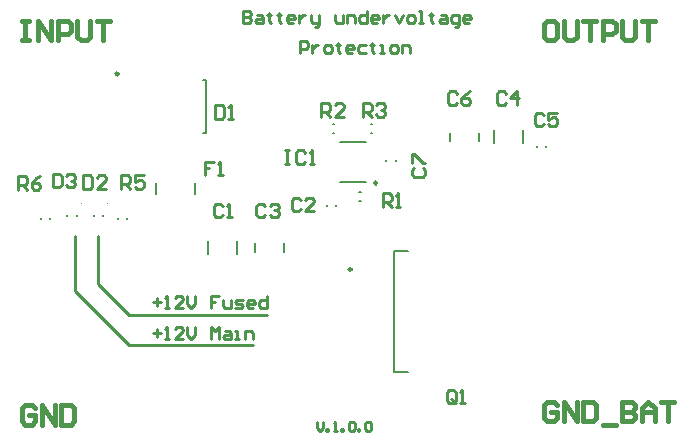
<source format=gto>
G04*
G04 #@! TF.GenerationSoftware,Altium Limited,Altium Designer,20.0.2 (26)*
G04*
G04 Layer_Color=65535*
%FSLAX25Y25*%
%MOIN*%
G70*
G01*
G75*
%ADD10C,0.00984*%
%ADD11C,0.00394*%
%ADD12C,0.01000*%
%ADD13C,0.00787*%
%ADD14C,0.01500*%
D10*
X121719Y59735D02*
G03*
X121719Y59735I-492J0D01*
G01*
X130228Y88562D02*
G03*
X130228Y88562I-492J0D01*
G01*
X44035Y124941D02*
G03*
X44035Y124941I-492J0D01*
G01*
D11*
X31551Y81693D02*
G03*
X31551Y81693I-197J0D01*
G01*
X40453D02*
G03*
X40453Y81693I-197J0D01*
G01*
D12*
X29600Y53800D02*
Y71000D01*
Y52400D02*
Y53800D01*
Y52400D02*
X47600Y34400D01*
X88900D01*
X47600Y44500D02*
X93600D01*
X37300Y54800D02*
X47600Y44500D01*
X37300Y54800D02*
Y71000D01*
X110236Y8905D02*
Y6905D01*
X111236Y5906D01*
X112236Y6905D01*
Y8905D01*
X113235Y5906D02*
Y6405D01*
X113735D01*
Y5906D01*
X113235D01*
X115734D02*
X116734D01*
X116234D01*
Y8905D01*
X115734Y8405D01*
X118234Y5906D02*
Y6405D01*
X118734D01*
Y5906D01*
X118234D01*
X120733Y8405D02*
X121233Y8905D01*
X122232D01*
X122732Y8405D01*
Y6405D01*
X122232Y5906D01*
X121233D01*
X120733Y6405D01*
Y8405D01*
X123732Y5906D02*
Y6405D01*
X124232D01*
Y5906D01*
X123732D01*
X126231Y8405D02*
X126731Y8905D01*
X127731D01*
X128230Y8405D01*
Y6405D01*
X127731Y5906D01*
X126731D01*
X126231Y6405D01*
Y8405D01*
X104392Y131890D02*
Y135889D01*
X106392D01*
X107058Y135222D01*
Y133889D01*
X106392Y133223D01*
X104392D01*
X108391Y134556D02*
Y131890D01*
Y133223D01*
X109058Y133889D01*
X109724Y134556D01*
X110390D01*
X113056Y131890D02*
X114389D01*
X115056Y132556D01*
Y133889D01*
X114389Y134556D01*
X113056D01*
X112390Y133889D01*
Y132556D01*
X113056Y131890D01*
X117055Y135222D02*
Y134556D01*
X116388D01*
X117721D01*
X117055D01*
Y132556D01*
X117721Y131890D01*
X121720D02*
X120387D01*
X119721Y132556D01*
Y133889D01*
X120387Y134556D01*
X121720D01*
X122387Y133889D01*
Y133223D01*
X119721D01*
X126385Y134556D02*
X124386D01*
X123720Y133889D01*
Y132556D01*
X124386Y131890D01*
X126385D01*
X128385Y135222D02*
Y134556D01*
X127718D01*
X129051D01*
X128385D01*
Y132556D01*
X129051Y131890D01*
X131051D02*
X132383D01*
X131717D01*
Y134556D01*
X131051D01*
X135049Y131890D02*
X136382D01*
X137048Y132556D01*
Y133889D01*
X136382Y134556D01*
X135049D01*
X134383Y133889D01*
Y132556D01*
X135049Y131890D01*
X138381D02*
Y134556D01*
X140381D01*
X141047Y133889D01*
Y131890D01*
X85646Y145731D02*
Y141732D01*
X87645D01*
X88311Y142399D01*
Y143065D01*
X87645Y143732D01*
X85646D01*
X87645D01*
X88311Y144398D01*
Y145064D01*
X87645Y145731D01*
X85646D01*
X90311Y144398D02*
X91644D01*
X92310Y143732D01*
Y141732D01*
X90311D01*
X89644Y142399D01*
X90311Y143065D01*
X92310D01*
X94310Y145064D02*
Y144398D01*
X93643D01*
X94976D01*
X94310D01*
Y142399D01*
X94976Y141732D01*
X97642Y145064D02*
Y144398D01*
X96975D01*
X98308D01*
X97642D01*
Y142399D01*
X98308Y141732D01*
X102307D02*
X100974D01*
X100308Y142399D01*
Y143732D01*
X100974Y144398D01*
X102307D01*
X102973Y143732D01*
Y143065D01*
X100308D01*
X104306Y144398D02*
Y141732D01*
Y143065D01*
X104973Y143732D01*
X105639Y144398D01*
X106306D01*
X108305D02*
Y142399D01*
X108972Y141732D01*
X110971D01*
Y141066D01*
X110304Y140399D01*
X109638D01*
X110971Y141732D02*
Y144398D01*
X116302D02*
Y142399D01*
X116969Y141732D01*
X118968D01*
Y144398D01*
X120301Y141732D02*
Y144398D01*
X122301D01*
X122967Y143732D01*
Y141732D01*
X126966Y145731D02*
Y141732D01*
X124966D01*
X124300Y142399D01*
Y143732D01*
X124966Y144398D01*
X126966D01*
X130298Y141732D02*
X128965D01*
X128299Y142399D01*
Y143732D01*
X128965Y144398D01*
X130298D01*
X130964Y143732D01*
Y143065D01*
X128299D01*
X132297Y144398D02*
Y141732D01*
Y143065D01*
X132964Y143732D01*
X133630Y144398D01*
X134297D01*
X136296D02*
X137629Y141732D01*
X138962Y144398D01*
X140961Y141732D02*
X142294D01*
X142961Y142399D01*
Y143732D01*
X142294Y144398D01*
X140961D01*
X140295Y143732D01*
Y142399D01*
X140961Y141732D01*
X144293D02*
X145626D01*
X144960D01*
Y145731D01*
X144293D01*
X148292Y145064D02*
Y144398D01*
X147626D01*
X148959D01*
X148292D01*
Y142399D01*
X148959Y141732D01*
X151624Y144398D02*
X152957D01*
X153624Y143732D01*
Y141732D01*
X151624D01*
X150958Y142399D01*
X151624Y143065D01*
X153624D01*
X156290Y140399D02*
X156956D01*
X157623Y141066D01*
Y144398D01*
X155623D01*
X154957Y143732D01*
Y142399D01*
X155623Y141732D01*
X157623D01*
X160955D02*
X159622D01*
X158955Y142399D01*
Y143732D01*
X159622Y144398D01*
X160955D01*
X161621Y143732D01*
Y143065D01*
X158955D01*
X55500Y48799D02*
X58166D01*
X56833Y50132D02*
Y47466D01*
X59499Y46800D02*
X60832D01*
X60165D01*
Y50799D01*
X59499Y50132D01*
X65497Y46800D02*
X62831D01*
X65497Y49466D01*
Y50132D01*
X64830Y50799D01*
X63497D01*
X62831Y50132D01*
X66830Y50799D02*
Y48133D01*
X68163Y46800D01*
X69495Y48133D01*
Y50799D01*
X77493D02*
X74827D01*
Y48799D01*
X76160D01*
X74827D01*
Y46800D01*
X78826Y49466D02*
Y47466D01*
X79492Y46800D01*
X81492D01*
Y49466D01*
X82824Y46800D02*
X84824D01*
X85490Y47466D01*
X84824Y48133D01*
X83491D01*
X82824Y48799D01*
X83491Y49466D01*
X85490D01*
X88823Y46800D02*
X87490D01*
X86823Y47466D01*
Y48799D01*
X87490Y49466D01*
X88823D01*
X89489Y48799D01*
Y48133D01*
X86823D01*
X93488Y50799D02*
Y46800D01*
X91488D01*
X90822Y47466D01*
Y48799D01*
X91488Y49466D01*
X93488D01*
X55500Y38399D02*
X58166D01*
X56833Y39732D02*
Y37066D01*
X59499Y36400D02*
X60832D01*
X60165D01*
Y40399D01*
X59499Y39732D01*
X65497Y36400D02*
X62831D01*
X65497Y39066D01*
Y39732D01*
X64830Y40399D01*
X63497D01*
X62831Y39732D01*
X66830Y40399D02*
Y37733D01*
X68163Y36400D01*
X69495Y37733D01*
Y40399D01*
X74827Y36400D02*
Y40399D01*
X76160Y39066D01*
X77493Y40399D01*
Y36400D01*
X79492Y39066D02*
X80825D01*
X81492Y38399D01*
Y36400D01*
X79492D01*
X78826Y37066D01*
X79492Y37733D01*
X81492D01*
X82824Y36400D02*
X84157D01*
X83491D01*
Y39066D01*
X82824D01*
X86157Y36400D02*
Y39066D01*
X88156D01*
X88823Y38399D01*
Y36400D01*
X76100Y114499D02*
Y110000D01*
X78349D01*
X79099Y110750D01*
Y113749D01*
X78349Y114499D01*
X76100D01*
X80599Y110000D02*
X82098D01*
X81348D01*
Y114499D01*
X80599Y113749D01*
X142451Y93699D02*
X141701Y92949D01*
Y91450D01*
X142451Y90700D01*
X145450D01*
X146200Y91450D01*
Y92949D01*
X145450Y93699D01*
X141701Y95199D02*
Y98198D01*
X142451D01*
X145450Y95199D01*
X146200D01*
X156401Y15851D02*
Y18850D01*
X155651Y19600D01*
X154152D01*
X153402Y18850D01*
Y15851D01*
X154152Y15101D01*
X155651D01*
X154901Y16601D02*
X156401Y15101D01*
X155651D02*
X156401Y15851D01*
X157901Y15101D02*
X159400D01*
X158650D01*
Y19600D01*
X157901Y18850D01*
X156801Y118350D02*
X156052Y119100D01*
X154552D01*
X153802Y118350D01*
Y115351D01*
X154552Y114601D01*
X156052D01*
X156801Y115351D01*
X161300Y119100D02*
X159801Y118350D01*
X158301Y116851D01*
Y115351D01*
X159051Y114601D01*
X160550D01*
X161300Y115351D01*
Y116101D01*
X160550Y116851D01*
X158301D01*
X185701Y111150D02*
X184952Y111900D01*
X183452D01*
X182702Y111150D01*
Y108151D01*
X183452Y107401D01*
X184952D01*
X185701Y108151D01*
X190200Y111900D02*
X187201D01*
Y109651D01*
X188700Y110400D01*
X189450D01*
X190200Y109651D01*
Y108151D01*
X189450Y107401D01*
X187951D01*
X187201Y108151D01*
X173101Y118350D02*
X172352Y119100D01*
X170852D01*
X170102Y118350D01*
Y115351D01*
X170852Y114601D01*
X172352D01*
X173101Y115351D01*
X176850Y114601D02*
Y119100D01*
X174601Y116851D01*
X177600D01*
X92927Y80927D02*
X92177Y81677D01*
X90677D01*
X89928Y80927D01*
Y77928D01*
X90677Y77179D01*
X92177D01*
X92927Y77928D01*
X94426Y80927D02*
X95176Y81677D01*
X96675D01*
X97425Y80927D01*
Y80178D01*
X96675Y79428D01*
X95926D01*
X96675D01*
X97425Y78678D01*
Y77928D01*
X96675Y77179D01*
X95176D01*
X94426Y77928D01*
X104738Y82896D02*
X103988Y83646D01*
X102488D01*
X101739Y82896D01*
Y79897D01*
X102488Y79147D01*
X103988D01*
X104738Y79897D01*
X109236Y79147D02*
X106237D01*
X109236Y82146D01*
Y82896D01*
X108486Y83646D01*
X106987D01*
X106237Y82896D01*
X78678Y80927D02*
X77928Y81677D01*
X76429D01*
X75679Y80927D01*
Y77928D01*
X76429Y77179D01*
X77928D01*
X78678Y77928D01*
X80178Y77179D02*
X81677D01*
X80927D01*
Y81677D01*
X80178Y80927D01*
X10502Y86301D02*
Y90800D01*
X12752D01*
X13501Y90050D01*
Y88551D01*
X12752Y87801D01*
X10502D01*
X12002D02*
X13501Y86301D01*
X18000Y90800D02*
X16500Y90050D01*
X15001Y88551D01*
Y87051D01*
X15751Y86301D01*
X17250D01*
X18000Y87051D01*
Y87801D01*
X17250Y88551D01*
X15001D01*
X44902Y86601D02*
Y91100D01*
X47152D01*
X47901Y90350D01*
Y88851D01*
X47152Y88101D01*
X44902D01*
X46402D02*
X47901Y86601D01*
X52400Y91100D02*
X49401D01*
Y88851D01*
X50901Y89600D01*
X51650D01*
X52400Y88851D01*
Y87351D01*
X51650Y86601D01*
X50151D01*
X49401Y87351D01*
X111581Y110643D02*
Y115142D01*
X113830D01*
X114580Y114392D01*
Y112892D01*
X113830Y112143D01*
X111581D01*
X113081D02*
X114580Y110643D01*
X119079D02*
X116080D01*
X119079Y113642D01*
Y114392D01*
X118329Y115142D01*
X116830D01*
X116080Y114392D01*
X75701Y95700D02*
X72702D01*
Y93451D01*
X74201D01*
X72702D01*
Y91201D01*
X77201D02*
X78700D01*
X77950D01*
Y95700D01*
X77201Y94950D01*
X22002Y91558D02*
Y87059D01*
X24252D01*
X25001Y87809D01*
Y90808D01*
X24252Y91558D01*
X22002D01*
X26501Y90808D02*
X27251Y91558D01*
X28750D01*
X29500Y90808D01*
Y90058D01*
X28750Y89308D01*
X28001D01*
X28750D01*
X29500Y88559D01*
Y87809D01*
X28750Y87059D01*
X27251D01*
X26501Y87809D01*
X32302Y91100D02*
Y86601D01*
X34552D01*
X35301Y87351D01*
Y90350D01*
X34552Y91100D01*
X32302D01*
X39800Y86601D02*
X36801D01*
X39800Y89600D01*
Y90350D01*
X39050Y91100D01*
X37551D01*
X36801Y90350D01*
X125361Y110643D02*
Y115142D01*
X127610D01*
X128360Y114392D01*
Y112892D01*
X127610Y112143D01*
X125361D01*
X126860D02*
X128360Y110643D01*
X129859Y114392D02*
X130609Y115142D01*
X132108D01*
X132858Y114392D01*
Y113642D01*
X132108Y112892D01*
X131359D01*
X132108D01*
X132858Y112143D01*
Y111393D01*
X132108Y110643D01*
X130609D01*
X129859Y111393D01*
X132002Y80601D02*
Y85100D01*
X134251D01*
X135001Y84350D01*
Y82851D01*
X134251Y82101D01*
X132002D01*
X133501D02*
X135001Y80601D01*
X136501D02*
X138000D01*
X137250D01*
Y85100D01*
X136501Y84350D01*
X99489Y99394D02*
X100989D01*
X100239D01*
Y94895D01*
X99489D01*
X100989D01*
X106237Y98644D02*
X105487Y99394D01*
X103988D01*
X103238Y98644D01*
Y95645D01*
X103988Y94895D01*
X105487D01*
X106237Y95645D01*
X107737Y94895D02*
X109236D01*
X108486D01*
Y99394D01*
X107737Y98644D01*
D13*
X21260Y76575D02*
Y76968D01*
X18110Y76575D02*
Y76968D01*
X46850Y76575D02*
Y76968D01*
X43701Y76575D02*
Y76968D01*
X128058Y108224D02*
X128452D01*
X128058Y105074D02*
X128452D01*
X115558D02*
X115952D01*
X115558Y108224D02*
X115952D01*
X124303Y82425D02*
X124697D01*
X124303Y85575D02*
X124697D01*
X135991Y25424D02*
X140518D01*
X135991D02*
Y65976D01*
X140518D01*
X117924Y88956D02*
X126586D01*
X117924Y102342D02*
X126586D01*
X69492Y84777D02*
Y88714D01*
X56592Y84777D02*
Y88714D01*
X26925Y77461D02*
Y77854D01*
X30075Y77461D02*
Y77854D01*
X35827Y77461D02*
Y77854D01*
X38976Y77461D02*
Y77854D01*
X72185Y105256D02*
X73071D01*
X72185Y122972D02*
X73071D01*
Y105256D02*
Y122972D01*
X136375Y95903D02*
Y96297D01*
X133225Y95903D02*
Y96297D01*
X154626Y102559D02*
Y105315D01*
X164272Y102559D02*
Y105315D01*
X186614Y100591D02*
Y100984D01*
X183465Y100591D02*
Y100984D01*
X178888Y101870D02*
Y106201D01*
X169045Y101870D02*
Y106201D01*
X89665Y65650D02*
Y68405D01*
X99311Y65650D02*
Y68405D01*
X116575Y80903D02*
Y81297D01*
X113425Y80903D02*
Y81297D01*
X83661Y64764D02*
Y69095D01*
X73819Y64764D02*
Y69095D01*
D14*
X190232Y14498D02*
X189149Y15581D01*
X186983D01*
X185900Y14498D01*
Y10166D01*
X186983Y9083D01*
X189149D01*
X190232Y10166D01*
Y12332D01*
X188066D01*
X192398Y9083D02*
Y15581D01*
X196730Y9083D01*
Y15581D01*
X198896D02*
Y9083D01*
X202145D01*
X203228Y10166D01*
Y14498D01*
X202145Y15581D01*
X198896D01*
X205394Y8000D02*
X209726D01*
X211892Y15581D02*
Y9083D01*
X215141D01*
X216224Y10166D01*
Y11249D01*
X215141Y12332D01*
X211892D01*
X215141D01*
X216224Y13415D01*
Y14498D01*
X215141Y15581D01*
X211892D01*
X218390Y9083D02*
Y13415D01*
X220555Y15581D01*
X222721Y13415D01*
Y9083D01*
Y12332D01*
X218390D01*
X224887Y15581D02*
X229219D01*
X227053D01*
Y9083D01*
X16232Y13415D02*
X15149Y14498D01*
X12983D01*
X11900Y13415D01*
Y9083D01*
X12983Y8000D01*
X15149D01*
X16232Y9083D01*
Y11249D01*
X14066D01*
X18398Y8000D02*
Y14498D01*
X22730Y8000D01*
Y14498D01*
X24896D02*
Y8000D01*
X28145D01*
X29228Y9083D01*
Y13415D01*
X28145Y14498D01*
X24896D01*
X11900Y142598D02*
X14066D01*
X12983D01*
Y136100D01*
X11900D01*
X14066D01*
X17315D02*
Y142598D01*
X21647Y136100D01*
Y142598D01*
X23813Y136100D02*
Y142598D01*
X27062D01*
X28145Y141515D01*
Y139349D01*
X27062Y138266D01*
X23813D01*
X30311Y142598D02*
Y137183D01*
X31394Y136100D01*
X33560D01*
X34643Y137183D01*
Y142598D01*
X36809D02*
X41141D01*
X38975D01*
Y136100D01*
X189149Y142598D02*
X186983D01*
X185900Y141515D01*
Y137183D01*
X186983Y136100D01*
X189149D01*
X190232Y137183D01*
Y141515D01*
X189149Y142598D01*
X192398D02*
Y137183D01*
X193481Y136100D01*
X195647D01*
X196730Y137183D01*
Y142598D01*
X198896D02*
X203228D01*
X201062D01*
Y136100D01*
X205394D02*
Y142598D01*
X208643D01*
X209726Y141515D01*
Y139349D01*
X208643Y138266D01*
X205394D01*
X211892Y142598D02*
Y137183D01*
X212975Y136100D01*
X215141D01*
X216224Y137183D01*
Y142598D01*
X218390D02*
X222721D01*
X220555D01*
Y136100D01*
M02*

</source>
